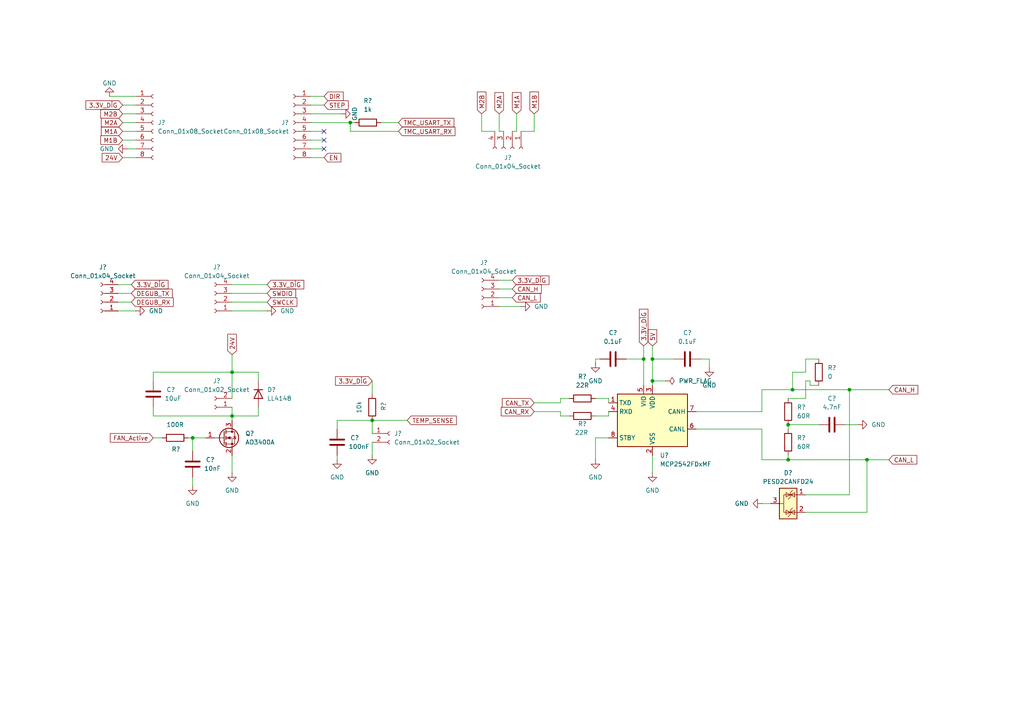
<source format=kicad_sch>
(kicad_sch (version 20250114) (generator "eeschema") (generator_version "9.0")
  (paper "A4")
  (lib_symbols
    (symbol "Connector:Conn_01x02_Socket" (pin_names (offset 1.016) (hide yes))
      (property "Reference" "J" (at 0 2.54 0))
      (property "Value" "Conn_01x02_Socket" (at 0 -5.08 0))
      (symbol "Conn_01x02_Socket_1_1"
        (polyline (pts (xy -1.27 0) (xy -0.508 0)) (stroke (width 0.1524)))
        (polyline (pts (xy -1.27 -2.54) (xy -0.508 -2.54)) (stroke (width 0.1524)))
        (arc (start 0 -0.508) (mid -0.5058 0) (end 0 0.508) (stroke (width 0.1524)))
        (arc (start 0 -3.048) (mid -0.5058 -2.54) (end 0 -2.032) (stroke (width 0.1524)))
        (pin passive line (at -5.08 0 0) (length 3.81) (name "Pin_1") (number "1"))
        (pin passive line (at -5.08 -2.54 0) (length 3.81) (name "Pin_2") (number "2"))
      )
    )
    (symbol "Connector:Conn_01x04_Socket" (pin_names (offset 1.016) (hide yes))
      (property "Reference" "J" (at 0 5.08 0))
      (property "Value" "Conn_01x04_Socket" (at 0 -7.62 0))
      (symbol "Conn_01x04_Socket_1_1"
        (polyline (pts (xy -1.27 2.54) (xy -0.508 2.54)) (stroke (width 0.1524)))
        (polyline (pts (xy -1.27 0) (xy -0.508 0)) (stroke (width 0.1524)))
        (polyline (pts (xy -1.27 -2.54) (xy -0.508 -2.54)) (stroke (width 0.1524)))
        (polyline (pts (xy -1.27 -5.08) (xy -0.508 -5.08)) (stroke (width 0.1524)))
        (arc (start 0 2.032) (mid -0.5058 2.54) (end 0 3.048) (stroke (width 0.1524)))
        (arc (start 0 -0.508) (mid -0.5058 0) (end 0 0.508) (stroke (width 0.1524)))
        (arc (start 0 -3.048) (mid -0.5058 -2.54) (end 0 -2.032) (stroke (width 0.1524)))
        (arc (start 0 -5.588) (mid -0.5058 -5.08) (end 0 -4.572) (stroke (width 0.1524)))
        (pin passive line (at -5.08 2.54 0) (length 3.81) (name "Pin_1") (number "1"))
        (pin passive line (at -5.08 0 0) (length 3.81) (name "Pin_2") (number "2"))
        (pin passive line (at -5.08 -2.54 0) (length 3.81) (name "Pin_3") (number "3"))
        (pin passive line (at -5.08 -5.08 0) (length 3.81) (name "Pin_4") (number "4"))
      )
    )
    (symbol "Connector:Conn_01x08_Socket" (pin_names (offset 1.016) (hide yes))
      (property "Reference" "J" (at 0 10.16 0))
      (property "Value" "Conn_01x08_Socket" (at 0 -12.7 0))
      (symbol "Conn_01x08_Socket_1_1"
        (polyline (pts (xy -1.27 7.62) (xy -0.508 7.62)) (stroke (width 0.1524)))
        (polyline (pts (xy -1.27 5.08) (xy -0.508 5.08)) (stroke (width 0.1524)))
        (polyline (pts (xy -1.27 2.54) (xy -0.508 2.54)) (stroke (width 0.1524)))
        (polyline (pts (xy -1.27 0) (xy -0.508 0)) (stroke (width 0.1524)))
        (polyline (pts (xy -1.27 -2.54) (xy -0.508 -2.54)) (stroke (width 0.1524)))
        (polyline (pts (xy -1.27 -5.08) (xy -0.508 -5.08)) (stroke (width 0.1524)))
        (polyline (pts (xy -1.27 -7.62) (xy -0.508 -7.62)) (stroke (width 0.1524)))
        (polyline (pts (xy -1.27 -10.16) (xy -0.508 -10.16)) (stroke (width 0.1524)))
        (arc (start 0 7.112) (mid -0.5058 7.62) (end 0 8.128) (stroke (width 0.1524)))
        (arc (start 0 4.572) (mid -0.5058 5.08) (end 0 5.588) (stroke (width 0.1524)))
        (arc (start 0 2.032) (mid -0.5058 2.54) (end 0 3.048) (stroke (width 0.1524)))
        (arc (start 0 -0.508) (mid -0.5058 0) (end 0 0.508) (stroke (width 0.1524)))
        (arc (start 0 -3.048) (mid -0.5058 -2.54) (end 0 -2.032) (stroke (width 0.1524)))
        (arc (start 0 -5.588) (mid -0.5058 -5.08) (end 0 -4.572) (stroke (width 0.1524)))
        (arc (start 0 -8.128) (mid -0.5058 -7.62) (end 0 -7.112) (stroke (width 0.1524)))
        (arc (start 0 -10.668) (mid -0.5058 -10.16) (end 0 -9.652) (stroke (width 0.1524)))
        (pin passive line (at -5.08 7.62 0) (length 3.81) (name "Pin_1") (number "1"))
        (pin passive line (at -5.08 5.08 0) (length 3.81) (name "Pin_2") (number "2"))
        (pin passive line (at -5.08 2.54 0) (length 3.81) (name "Pin_3") (number "3"))
        (pin passive line (at -5.08 0 0) (length 3.81) (name "Pin_4") (number "4"))
        (pin passive line (at -5.08 -2.54 0) (length 3.81) (name "Pin_5") (number "5"))
        (pin passive line (at -5.08 -5.08 0) (length 3.81) (name "Pin_6") (number "6"))
        (pin passive line (at -5.08 -7.62 0) (length 3.81) (name "Pin_7") (number "7"))
        (pin passive line (at -5.08 -10.16 0) (length 3.81) (name "Pin_8") (number "8"))
      )
    )
    (symbol "Device:C" (pin_numbers (hide yes)) (pin_names (offset 0.254))
      (property "Reference" "C" (at 0.635 2.54 0))
      (property "Value" "C" (at 0.635 -2.54 0))
      (symbol "C_0_1"
        (polyline (pts (xy -2.032 0.762) (xy 2.032 0.762)) (stroke (width 0.508)))
        (polyline (pts (xy -2.032 -0.762) (xy 2.032 -0.762)) (stroke (width 0.508)))
      )
      (symbol "C_1_1"
        (pin passive line (at 0 3.81 270) (length 2.794) (name "~") (number "1"))
        (pin passive line (at 0 -3.81 90) (length 2.794) (name "~") (number "2"))
      )
    )
    (symbol "Device:R" (pin_numbers (hide yes)) (pin_names (offset 0))
      (property "Reference" "R" (at 2.032 0 90))
      (property "Value" "R" (at 0 0 90))
      (symbol "R_0_1"
        (rectangle (start -1.016 -2.54) (end 1.016 2.54) (stroke (width 0.254)))
      )
      (symbol "R_1_1"
        (pin passive line (at 0 3.81 270) (length 1.27) (name "~") (number "1"))
        (pin passive line (at 0 -3.81 90) (length 1.27) (name "~") (number "2"))
      )
    )
    (symbol "Diode:LL4148" (pin_numbers (hide yes)) (pin_names (hide yes))
      (property "Reference" "D" (at 0 2.54 0))
      (property "Value" "LL4148" (at 0 -2.54 0))
      (symbol "LL4148_0_1"
        (polyline (pts (xy -1.27 1.27) (xy -1.27 -1.27)) (stroke (width 0.254)))
        (polyline (pts (xy 1.27 1.27) (xy 1.27 -1.27) (xy -1.27 0) (xy 1.27 1.27)) (stroke (width 0.254)))
        (polyline (pts (xy 1.27 0) (xy -1.27 0)))
      )
      (symbol "LL4148_1_1"
        (pin passive line (at -3.81 0 0) (length 2.54) (name "K") (number "1"))
        (pin passive line (at 3.81 0 180) (length 2.54) (name "A") (number "2"))
      )
    )
    (symbol "Interface_CAN_LIN:MCP2542FDxMF"
      (property "Reference" "U" (at -10.16 8.89 0))
      (property "Value" "MCP2542FDxMF" (at 2.54 8.89 0))
      (symbol "MCP2542FDxMF_0_1"
        (rectangle (start -10.16 7.62) (end 10.16 -7.62) (stroke (width 0.254)) (fill (type background)))
      )
      (symbol "MCP2542FDxMF_1_1"
        (pin input line (at -12.7 5.08 0) (length 2.54) (name "TXD") (number "1"))
        (pin output line (at -12.7 2.54 0) (length 2.54) (name "RXD") (number "4"))
        (pin input line (at -12.7 -5.08 0) (length 2.54) (name "STBY") (number "8"))
        (pin power_in line (at -2.54 10.16 270) (length 2.54) (name "VIO") (number "5"))
        (pin power_in line (at 0 10.16 270) (length 2.54) (name "VDD") (number "3"))
        (pin power_in line (at 0 -10.16 90) (length 2.54) (name "VSS") (number "2"))
        (pin passive line (at 0 -10.16 90) (length 2.54) (hide yes) (name "VSS") (number "9"))
        (pin bidirectional line (at 12.7 2.54 180) (length 2.54) (name "CANH") (number "7"))
        (pin bidirectional line (at 12.7 -2.54 180) (length 2.54) (name "CANL") (number "6"))
      )
    )
    (symbol "New_Library:PESD2CANFD24" (pin_names (hide yes))
      (property "Reference" "D" (at 12.192 3.81 0))
      (property "Value" "PESD2CANFD24" (at 12.7 6.096 0))
      (symbol "PESD2CANFD24_0_0"
        (pin passive line (at 0 -5.08 90) (length 2.54) (name "A") (number "3"))
      )
      (symbol "PESD2CANFD24_0_1"
        (rectangle (start -4.445 2.54) (end 4.445 -2.54) (stroke (width 0.254)) (fill (type background)))
        (polyline (pts (xy -3.81 1.27) (xy -3.175 0.635) (xy -1.905 0.635) (xy -1.27 0)))
        (polyline (pts (xy -2.54 2.54) (xy -2.54 0.635)))
        (polyline (pts (xy -2.54 0.635) (xy -2.54 -1.27) (xy 2.54 -1.27) (xy 2.54 0.635)))
        (polyline (pts (xy -2.54 0.635) (xy -1.905 -0.635) (xy -3.175 -0.635) (xy -2.54 0.635)))
        (polyline (pts (xy -2.54 0.635) (xy -3.175 1.905) (xy -1.905 1.905) (xy -2.54 0.635) (xy -2.54 1.27)))
        (polyline (pts (xy 0 -1.27) (xy 0 -2.54)))
        (polyline (pts (xy 1.27 1.27) (xy 1.905 0.635) (xy 2.54 0.635) (xy 3.175 0.635) (xy 3.81 0)))
        (polyline (pts (xy 2.54 2.54) (xy 2.54 0.635)))
        (polyline (pts (xy 2.54 0.635) (xy 1.905 -0.635) (xy 3.175 -0.635) (xy 2.54 0.635)))
        (polyline (pts (xy 2.54 0.635) (xy 3.175 1.905) (xy 1.905 1.905) (xy 2.54 0.635)))
      )
      (symbol "PESD2CANFD24_1_1"
        (pin passive line (at -2.54 5.08 270) (length 2.54) (name "K") (number "1"))
        (pin passive line (at 2.54 5.08 270) (length 2.54) (name "K") (number "2"))
      )
    )
    (symbol "Transistor_FET:AO3400A" (pin_names (offset 0) (hide yes))
      (property "Reference" "Q" (at 5.08 1.905 0))
      (property "Value" "AO3400A" (at 5.08 0 0))
      (symbol "AO3400A_0_1"
        (polyline (pts (xy 0.254 1.905) (xy 0.254 -1.905)) (stroke (width 0.254)))
        (polyline (pts (xy 0.254 0) (xy -2.54 0)))
        (polyline (pts (xy 0.762 2.286) (xy 0.762 1.27)) (stroke (width 0.254)))
        (polyline (pts (xy 0.762 0.508) (xy 0.762 -0.508)) (stroke (width 0.254)))
        (polyline (pts (xy 0.762 -1.27) (xy 0.762 -2.286)) (stroke (width 0.254)))
        (polyline (pts (xy 0.762 -1.778) (xy 3.302 -1.778) (xy 3.302 1.778) (xy 0.762 1.778)))
        (polyline (pts (xy 1.016 0) (xy 2.032 0.381) (xy 2.032 -0.381) (xy 1.016 0)) (fill (type outline)))
        (circle (center 1.651 0) (radius 2.794) (stroke (width 0.254)))
        (polyline (pts (xy 2.54 2.54) (xy 2.54 1.778)))
        (circle (center 2.54 1.778) (radius 0.254) (fill (type outline)))
        (circle (center 2.54 -1.778) (radius 0.254) (fill (type outline)))
        (polyline (pts (xy 2.54 -2.54) (xy 2.54 0) (xy 0.762 0)))
        (polyline (pts (xy 2.921 0.381) (xy 3.683 0.381)))
        (polyline (pts (xy 3.302 0.381) (xy 2.921 -0.254) (xy 3.683 -0.254) (xy 3.302 0.381)))
      )
      (symbol "AO3400A_1_1"
        (pin input line (at -5.08 0 0) (length 2.54) (name "G") (number "1"))
        (pin passive line (at 2.54 5.08 270) (length 2.54) (name "D") (number "3"))
        (pin passive line (at 2.54 -5.08 90) (length 2.54) (name "S") (number "2"))
      )
    )
    (symbol "power:GND" (power) (pin_numbers (hide yes)) (pin_names (offset 0) (hide yes))
      (property "Value" "GND" (at 0 -3.81 0))
      (symbol "GND_0_1"
        (polyline (pts (xy 0 0) (xy 0 -1.27) (xy 1.27 -1.27) (xy 0 -2.54) (xy -1.27 -1.27) (xy 0 -1.27)))
      )
      (symbol "GND_1_1"
        (pin power_in line (at 0 0 270) (length 0) (name "~") (number "1"))
      )
    )
    (symbol "power:PWR_FLAG" (power) (pin_numbers (hide yes)) (pin_names (offset 0) (hide yes))
      (property "Value" "PWR_FLAG" (at 0 3.81 0))
      (symbol "PWR_FLAG_0_0"
        (pin power_out line (at 0 0 90) (length 0) (name "~") (number "1"))
      )
      (symbol "PWR_FLAG_0_1"
        (polyline (pts (xy 0 0) (xy 0 1.27) (xy -1.016 1.905) (xy 0 2.54) (xy 1.016 1.905) (xy 0 1.27)))
      )
    )
  )
  (junction (at 229.87 113.03))
  (junction (at 189.23 104.14))
  (junction (at 189.23 110.49))
  (junction (at 251.46 133.35))
  (junction (at 107.95 121.92))
  (junction (at 228.6 133.35))
  (junction (at 67.31 107.95))
  (junction (at 55.88 127))
  (junction (at 186.69 104.14))
  (junction (at 101.6 35.56))
  (junction (at 228.6 123.19))
  (junction (at 246.38 113.03))
  (junction (at 67.31 120.65))
  (no_connect (at 93.98 38.1))
  (no_connect (at 93.98 43.18))
  (no_connect (at 93.98 40.64))
  (wire (pts (xy 34.29 90.17) (xy 39.37 90.17)))
  (wire (pts (xy 186.69 100.33) (xy 186.69 104.14)))
  (wire (pts (xy 90.17 27.94) (xy 93.98 27.94)))
  (wire (pts (xy 34.29 82.55) (xy 38.1 82.55)))
  (wire (pts (xy 205.74 104.14) (xy 203.2 104.14)))
  (wire (pts (xy 172.72 105.41) (xy 172.72 104.14)))
  (wire (pts (xy 67.31 102.87) (xy 67.31 107.95)))
  (wire (pts (xy 55.88 127) (xy 59.69 127)))
  (wire (pts (xy 205.74 106.68) (xy 205.74 104.14)))
  (wire (pts (xy 154.94 119.38) (xy 162.56 119.38)))
  (wire (pts (xy 44.45 127) (xy 46.99 127)))
  (wire (pts (xy 229.87 113.03) (xy 246.38 113.03)))
  (wire (pts (xy 233.68 107.95) (xy 233.68 104.14)))
  (wire (pts (xy 228.6 123.19) (xy 228.6 124.46)))
  (wire (pts (xy 144.78 33.02) (xy 144.78 38.1)))
  (wire (pts (xy 233.68 143.51) (xy 246.38 143.51)))
  (wire (pts (xy 234.95 111.76) (xy 237.49 111.76)))
  (wire (pts (xy 154.94 33.02) (xy 154.94 38.1)))
  (wire (pts (xy 67.31 120.65) (xy 67.31 121.92)))
  (wire (pts (xy 186.69 104.14) (xy 186.69 111.76)))
  (wire (pts (xy 67.31 90.17) (xy 77.47 90.17)))
  (wire (pts (xy 228.6 133.35) (xy 220.98 133.35)))
  (wire (pts (xy 35.56 45.72) (xy 39.37 45.72)))
  (wire (pts (xy 220.98 133.35) (xy 220.98 124.46)))
  (wire (pts (xy 233.68 110.49) (xy 234.95 110.49)))
  (wire (pts (xy 44.45 110.49) (xy 44.45 107.95)))
  (wire (pts (xy 144.78 83.82) (xy 148.59 83.82)))
  (wire (pts (xy 67.31 107.95) (xy 74.93 107.95)))
  (wire (pts (xy 162.56 115.57) (xy 165.1 115.57)))
  (wire (pts (xy 189.23 110.49) (xy 189.23 111.76)))
  (wire (pts (xy 90.17 40.64) (xy 93.98 40.64)))
  (wire (pts (xy 31.75 27.94) (xy 39.37 27.94)))
  (wire (pts (xy 67.31 115.57) (xy 67.31 107.95)))
  (wire (pts (xy 90.17 38.1) (xy 93.98 38.1)))
  (wire (pts (xy 162.56 116.84) (xy 162.56 115.57)))
  (wire (pts (xy 74.93 118.11) (xy 74.93 120.65)))
  (wire (pts (xy 251.46 133.35) (xy 257.81 133.35)))
  (wire (pts (xy 251.46 148.59) (xy 251.46 133.35)))
  (wire (pts (xy 220.98 146.05) (xy 223.52 146.05)))
  (wire (pts (xy 34.29 85.09) (xy 38.1 85.09)))
  (wire (pts (xy 107.95 110.49) (xy 107.95 114.3)))
  (wire (pts (xy 154.94 116.84) (xy 162.56 116.84)))
  (wire (pts (xy 144.78 81.28) (xy 148.59 81.28)))
  (wire (pts (xy 201.93 119.38) (xy 220.98 119.38)))
  (wire (pts (xy 74.93 120.65) (xy 67.31 120.65)))
  (wire (pts (xy 176.53 115.57) (xy 176.53 116.84)))
  (wire (pts (xy 176.53 120.65) (xy 176.53 119.38)))
  (wire (pts (xy 228.6 133.35) (xy 251.46 133.35)))
  (wire (pts (xy 55.88 130.81) (xy 55.88 127)))
  (wire (pts (xy 97.79 124.46) (xy 97.79 121.92)))
  (wire (pts (xy 172.72 127) (xy 172.72 133.35)))
  (wire (pts (xy 90.17 33.02) (xy 99.06 33.02)))
  (wire (pts (xy 90.17 45.72) (xy 93.98 45.72)))
  (wire (pts (xy 36.83 43.18) (xy 39.37 43.18)))
  (wire (pts (xy 228.6 123.19) (xy 237.49 123.19)))
  (wire (pts (xy 34.29 87.63) (xy 38.1 87.63)))
  (wire (pts (xy 67.31 132.08) (xy 67.31 137.16)))
  (wire (pts (xy 233.68 115.57) (xy 228.6 115.57)))
  (wire (pts (xy 67.31 118.11) (xy 67.31 120.65)))
  (wire (pts (xy 55.88 138.43) (xy 55.88 140.97)))
  (wire (pts (xy 220.98 119.38) (xy 220.98 113.03)))
  (wire (pts (xy 234.95 110.49) (xy 234.95 111.76)))
  (wire (pts (xy 228.6 132.08) (xy 228.6 133.35)))
  (wire (pts (xy 189.23 110.49) (xy 193.04 110.49)))
  (wire (pts (xy 172.72 104.14) (xy 173.99 104.14)))
  (wire (pts (xy 110.49 35.56) (xy 115.57 35.56)))
  (wire (pts (xy 201.93 124.46) (xy 220.98 124.46)))
  (wire (pts (xy 144.78 86.36) (xy 148.59 86.36)))
  (wire (pts (xy 233.68 148.59) (xy 251.46 148.59)))
  (wire (pts (xy 44.45 107.95) (xy 67.31 107.95)))
  (wire (pts (xy 115.57 38.1) (xy 101.6 38.1)))
  (wire (pts (xy 189.23 132.08) (xy 189.23 137.16)))
  (wire (pts (xy 35.56 35.56) (xy 39.37 35.56)))
  (wire (pts (xy 144.78 88.9) (xy 151.13 88.9)))
  (wire (pts (xy 67.31 87.63) (xy 77.47 87.63)))
  (wire (pts (xy 233.68 107.95) (xy 229.87 107.95)))
  (wire (pts (xy 139.7 38.1) (xy 143.51 38.1)))
  (wire (pts (xy 181.61 104.14) (xy 186.69 104.14)))
  (wire (pts (xy 233.68 104.14) (xy 237.49 104.14)))
  (wire (pts (xy 233.68 110.49) (xy 233.68 115.57)))
  (wire (pts (xy 246.38 143.51) (xy 246.38 113.03)))
  (wire (pts (xy 97.79 121.92) (xy 107.95 121.92)))
  (wire (pts (xy 162.56 119.38) (xy 162.56 120.65)))
  (wire (pts (xy 189.23 104.14) (xy 189.23 110.49)))
  (wire (pts (xy 154.94 38.1) (xy 151.13 38.1)))
  (wire (pts (xy 44.45 118.11) (xy 44.45 120.65)))
  (wire (pts (xy 189.23 104.14) (xy 195.58 104.14)))
  (wire (pts (xy 149.86 33.02) (xy 149.86 38.1)))
  (wire (pts (xy 246.38 113.03) (xy 257.81 113.03)))
  (wire (pts (xy 67.31 85.09) (xy 77.47 85.09)))
  (wire (pts (xy 229.87 107.95) (xy 229.87 113.03)))
  (wire (pts (xy 35.56 33.02) (xy 39.37 33.02)))
  (wire (pts (xy 101.6 38.1) (xy 101.6 35.56)))
  (wire (pts (xy 107.95 128.27) (xy 107.95 132.08)))
  (wire (pts (xy 44.45 120.65) (xy 67.31 120.65)))
  (wire (pts (xy 172.72 127) (xy 176.53 127)))
  (wire (pts (xy 74.93 107.95) (xy 74.93 110.49)))
  (wire (pts (xy 107.95 121.92) (xy 107.95 125.73)))
  (wire (pts (xy 248.92 123.19) (xy 245.11 123.19)))
  (wire (pts (xy 149.86 38.1) (xy 148.59 38.1)))
  (wire (pts (xy 90.17 43.18) (xy 93.98 43.18)))
  (wire (pts (xy 162.56 120.65) (xy 165.1 120.65)))
  (wire (pts (xy 144.78 38.1) (xy 146.05 38.1)))
  (wire (pts (xy 90.17 35.56) (xy 101.6 35.56)))
  (wire (pts (xy 172.72 115.57) (xy 176.53 115.57)))
  (wire (pts (xy 107.95 121.92) (xy 118.11 121.92)))
  (wire (pts (xy 220.98 113.03) (xy 229.87 113.03)))
  (wire (pts (xy 101.6 35.56) (xy 102.87 35.56)))
  (wire (pts (xy 54.61 127) (xy 55.88 127)))
  (wire (pts (xy 139.7 33.02) (xy 139.7 38.1)))
  (wire (pts (xy 67.31 82.55) (xy 77.47 82.55)))
  (wire (pts (xy 90.17 30.48) (xy 93.98 30.48)))
  (wire (pts (xy 189.23 100.33) (xy 189.23 104.14)))
  (wire (pts (xy 35.56 30.48) (xy 39.37 30.48)))
  (wire (pts (xy 35.56 40.64) (xy 39.37 40.64)))
  (wire (pts (xy 97.79 132.08) (xy 97.79 133.35)))
  (wire (pts (xy 35.56 38.1) (xy 39.37 38.1)))
  (wire (pts (xy 172.72 120.65) (xy 176.53 120.65)))
  (global_label "3.3V_DİG" (shape input) (at 77.47 82.55 0) (property "Intersheetrefs" "${INTERSHEET_REFS}" (effects (hide yes))))
  (global_label "TMC_USART_TX" (shape input) (at 115.57 35.56 0) (property "Intersheetrefs" "${INTERSHEET_REFS}" (effects (hide yes))))
  (global_label "DEGUB_TX" (shape input) (at 38.1 85.09 0) (property "Intersheetrefs" "${INTERSHEET_REFS}" (effects (hide yes))))
  (global_label "SWCLK" (shape input) (at 77.47 87.63 0) (property "Intersheetrefs" "${INTERSHEET_REFS}" (effects (hide yes))))
  (global_label "M1A" (shape input) (at 149.86 33.02 90) (property "Intersheetrefs" "${INTERSHEET_REFS}" (effects (hide yes))))
  (global_label "SWDIO" (shape input) (at 77.47 85.09 0) (property "Intersheetrefs" "${INTERSHEET_REFS}" (effects (hide yes))))
  (global_label "CAN_RX" (shape input) (at 154.94 119.38 180) (property "Intersheetrefs" "${INTERSHEET_REFS}" (effects (hide yes))))
  (global_label "CAN_TX" (shape input) (at 154.94 116.84 180) (property "Intersheetrefs" "${INTERSHEET_REFS}" (effects (hide yes))))
  (global_label "EN" (shape input) (at 93.98 45.72 0) (property "Intersheetrefs" "${INTERSHEET_REFS}" (effects (hide yes))))
  (global_label "M2B" (shape input) (at 139.7 33.02 90) (property "Intersheetrefs" "${INTERSHEET_REFS}" (effects (hide yes))))
  (global_label "3.3V_DİG" (shape input) (at 107.95 110.49 180) (property "Intersheetrefs" "${INTERSHEET_REFS}" (effects (hide yes))))
  (global_label "M1A" (shape input) (at 35.56 38.1 180) (property "Intersheetrefs" "${INTERSHEET_REFS}" (effects (hide yes))))
  (global_label "TEMP_SENSE" (shape input) (at 118.11 121.92 0) (property "Intersheetrefs" "${INTERSHEET_REFS}" (effects (hide yes))))
  (global_label "3.3V_DİG" (shape input) (at 186.69 100.33 90) (property "Intersheetrefs" "${INTERSHEET_REFS}" (effects (hide yes))))
  (global_label "M1B" (shape input) (at 154.94 33.02 90) (property "Intersheetrefs" "${INTERSHEET_REFS}" (effects (hide yes))))
  (global_label "24V" (shape input) (at 35.56 45.72 180) (property "Intersheetrefs" "${INTERSHEET_REFS}" (effects (hide yes))))
  (global_label "M2A" (shape input) (at 35.56 35.56 180) (property "Intersheetrefs" "${INTERSHEET_REFS}" (effects (hide yes))))
  (global_label "M2B" (shape input) (at 35.56 33.02 180) (property "Intersheetrefs" "${INTERSHEET_REFS}" (effects (hide yes))))
  (global_label "FAN_Active" (shape input) (at 44.45 127 180) (property "Intersheetrefs" "${INTERSHEET_REFS}" (effects (hide yes))))
  (global_label "3.3V_DİG" (shape input) (at 148.59 81.28 0) (property "Intersheetrefs" "${INTERSHEET_REFS}" (effects (hide yes))))
  (global_label "3.3V_DİG" (shape input) (at 35.56 30.48 180) (property "Intersheetrefs" "${INTERSHEET_REFS}" (effects (hide yes))))
  (global_label "M2A" (shape input) (at 144.78 33.02 90) (property "Intersheetrefs" "${INTERSHEET_REFS}" (effects (hide yes))))
  (global_label "DEGUB_RX" (shape input) (at 38.1 87.63 0) (property "Intersheetrefs" "${INTERSHEET_REFS}" (effects (hide yes))))
  (global_label "24V" (shape input) (at 67.31 102.87 90) (property "Intersheetrefs" "${INTERSHEET_REFS}" (effects (hide yes))))
  (global_label "TMC_USART_RX" (shape input) (at 115.57 38.1 0) (property "Intersheetrefs" "${INTERSHEET_REFS}" (effects (hide yes))))
  (global_label "CAN_H" (shape input) (at 148.59 83.82 0) (property "Intersheetrefs" "${INTERSHEET_REFS}" (effects (hide yes))))
  (global_label "5V" (shape input) (at 189.23 100.33 90) (property "Intersheetrefs" "${INTERSHEET_REFS}" (effects (hide yes))))
  (global_label "CAN_H" (shape input) (at 257.81 113.03 0) (property "Intersheetrefs" "${INTERSHEET_REFS}" (effects (hide yes))))
  (global_label "STEP" (shape input) (at 93.98 30.48 0) (property "Intersheetrefs" "${INTERSHEET_REFS}" (effects (hide yes))))
  (global_label "DIR" (shape input) (at 93.98 27.94 0) (property "Intersheetrefs" "${INTERSHEET_REFS}" (effects (hide yes))))
  (global_label "3.3V_DİG" (shape input) (at 38.1 82.55 0) (property "Intersheetrefs" "${INTERSHEET_REFS}" (effects (hide yes))))
  (global_label "CAN_L" (shape input) (at 257.81 133.35 0) (property "Intersheetrefs" "${INTERSHEET_REFS}" (effects (hide yes))))
  (global_label "M1B" (shape input) (at 35.56 40.64 180) (property "Intersheetrefs" "${INTERSHEET_REFS}" (effects (hide yes))))
  (global_label "CAN_L" (shape input) (at 148.59 86.36 0) (property "Intersheetrefs" "${INTERSHEET_REFS}" (effects (hide yes))))
  (symbol (lib_id "Device:C") (at 199.39 104.14 90) (unit 1)
    (property "Reference" "C?" (at 199.39 96.52 90))
    (property "Value" "0.1uF" (at 199.39 99.06 90))
    (property "Footprint" "Capacitor_SMD:C_0402_1005Metric" (effects (hide yes)))
    (property "Description" "Unpolarized capacitor" (effects (hide yes)))
  )
  (symbol (lib_id "Device:R") (at 50.8 127 90) (unit 1)
    (property "Reference" "R?" (at 51.054 130.302 90))
    (property "Value" "100R" (at 50.8 123.19 90))
    (property "Footprint" "Resistor_SMD:R_0402_1005Metric" (effects (hide yes)))
    (property "Description" "Resistor" (effects (hide yes)))
  )
  (symbol (lib_id "power:GND") (at 189.23 137.16 0) (unit 1)
    (property "Reference" "#PWR?" (effects (hide yes)))
    (property "Value" "GND" (at 189.23 142.24 0))
    (property "Description" "Power symbol creates a global label with name \"GND\" , ground" (effects (hide yes)))
  )
  (symbol (lib_id "Connector:Conn_01x02_Socket") (at 62.23 118.11 180) (unit 1)
    (property "Reference" "J?" (at 62.865 110.49 0))
    (property "Value" "Conn_01x02_Socket" (at 62.865 113.03 0))
    (property "Footprint" "Connector_Hirose:Hirose_DF13-02P-1.25DSA_1x02_P1.25mm_Vertical" (effects (hide yes)))
    (property "Description" "Generic connector, single row, 01x02, script generated" (effects (hide yes)))
  )
  (symbol (lib_id "power:GND") (at 172.72 133.35 0) (unit 1)
    (property "Reference" "#PWR?" (effects (hide yes)))
    (property "Value" "GND" (at 172.72 138.43 0))
    (property "Description" "Power symbol creates a global label with name \"GND\" , ground" (effects (hide yes)))
  )
  (symbol (lib_id "Device:R") (at 168.91 115.57 270) (unit 1)
    (property "Reference" "R?" (at 168.91 109.22 90))
    (property "Value" "22R" (at 168.91 111.76 90))
    (property "Footprint" "Resistor_SMD:R_0402_1005Metric" (effects (hide yes)))
    (property "Description" "Resistor" (effects (hide yes)))
  )
  (symbol (lib_id "Device:R") (at 228.6 119.38 180) (unit 1)
    (property "Reference" "R?" (at 231.14 118.1099 0) (effects (justify right)))
    (property "Value" "60R" (at 231.14 120.6499 0) (effects (justify right)))
    (property "Footprint" "Resistor_SMD:R_0402_1005Metric" (effects (hide yes)))
    (property "Description" "Resistor" (effects (hide yes)))
  )
  (symbol (lib_id "power:GND") (at 77.47 90.17 90) (unit 1)
    (property "Reference" "#PWR?" (effects (hide yes)))
    (property "Value" "GND" (at 81.28 90.1699 90) (effects (justify right)))
    (property "Description" "Power symbol creates a global label with name \"GND\" , ground" (effects (hide yes)))
  )
  (symbol (lib_id "Device:C") (at 241.3 123.19 90) (unit 1)
    (property "Reference" "C?" (at 241.3 115.57 90))
    (property "Value" "4.7nF" (at 241.3 118.11 90))
    (property "Footprint" "Capacitor_SMD:C_0402_1005Metric" (effects (hide yes)))
    (property "Description" "Unpolarized capacitor" (effects (hide yes)))
  )
  (symbol (lib_id "Connector:Conn_01x02_Socket") (at 113.03 125.73 0) (unit 1)
    (property "Reference" "J?" (at 114.3 125.7299 0) (effects (justify left)))
    (property "Value" "Conn_01x02_Socket" (at 114.3 128.2699 0) (effects (justify left)))
    (property "Footprint" "Connector_Hirose:Hirose_DF13-02P-1.25DSA_1x02_P1.25mm_Vertical" (effects (hide yes)))
    (property "Description" "Generic connector, single row, 01x02, script generated" (effects (hide yes)))
  )
  (symbol (lib_id "Connector:Conn_01x04_Socket") (at 148.59 43.18 270) (unit 1)
    (property "Reference" "J?" (at 147.32 45.72 90))
    (property "Value" "Conn_01x04_Socket" (at 147.32 48.26 90))
    (property "Footprint" "Connector_Molex:Molex_KK-254_AE-6410-04A_1x04_P2.54mm_Vertical" (effects (hide yes)))
    (property "Description" "Generic connector, single row, 01x04, script generated" (effects (hide yes)))
  )
  (symbol (lib_id "power:GND") (at 36.83 43.18 270) (unit 1)
    (property "Reference" "#PWR?" (effects (hide yes)))
    (property "Value" "GND" (at 33.02 43.1799 90) (effects (justify right)))
    (property "Description" "Power symbol creates a global label with name \"GND\" , ground" (effects (hide yes)))
  )
  (symbol (lib_id "Device:R") (at 168.91 120.65 270) (unit 1)
    (property "Reference" "R?" (at 168.91 122.936 90))
    (property "Value" "22R" (at 168.656 125.476 90))
    (property "Footprint" "Resistor_SMD:R_0402_1005Metric" (effects (hide yes)))
    (property "Description" "Resistor" (effects (hide yes)))
  )
  (symbol (lib_id "power:GND") (at 220.98 146.05 270) (unit 1)
    (property "Reference" "#PWR?" (effects (hide yes)))
    (property "Value" "GND" (at 217.17 146.0499 90) (effects (justify right)))
    (property "Description" "Power symbol creates a global label with name \"GND\" , ground" (effects (hide yes)))
  )
  (symbol (lib_id "power:GND") (at 205.74 106.68 0) (unit 1)
    (property "Reference" "#PWR?" (effects (hide yes)))
    (property "Value" "GND" (at 205.74 111.76 0))
    (property "Description" "Power symbol creates a global label with name \"GND\" , ground" (effects (hide yes)))
  )
  (symbol (lib_id "Device:C") (at 97.79 128.27 0) (unit 1)
    (property "Reference" "C?" (at 101.6 126.9999 0) (effects (justify left)))
    (property "Value" "100nF" (at 101.092 129.54 0) (effects (justify left)))
    (property "Footprint" "Capacitor_SMD:C_0402_1005Metric" (effects (hide yes)))
    (property "Description" "Unpolarized capacitor" (effects (hide yes)))
  )
  (symbol (lib_id "power:GND") (at 107.95 132.08 0) (unit 1)
    (property "Reference" "#PWR?" (effects (hide yes)))
    (property "Value" "GND" (at 107.95 137.16 0))
    (property "Description" "Power symbol creates a global label with name \"GND\" , ground" (effects (hide yes)))
  )
  (symbol (lib_id "Interface_CAN_LIN:MCP2542FDxMF") (at 189.23 121.92 0) (unit 1)
    (property "Reference" "U?" (at 191.3733 132.08 0) (effects (justify left)))
    (property "Value" "MCP2542FDxMF" (at 191.3733 134.62 0) (effects (justify left)))
    (property "Footprint" "Package_DFN_QFN:DFN-8-1EP_3x3mm_P0.65mm_EP1.55x2.4mm" (effects (hide yes)))
    (property "Datasheet" "http://ww1.microchip.com/downloads/en/DeviceDoc/MCP2542FD-4FD-MCP2542WFD-4WFD-Data-Sheet20005514B.pdf" (effects (hide yes)))
    (property "Description" "CAN-FD Transceiver, Wake-Up on CAN activity, 8Mbps, 5V supply, STBY pin, 3x3 DFN-8" (effects (hide yes)))
  )
  (symbol (lib_id "Diode:LL4148") (at 74.93 114.3 270) (unit 1)
    (property "Reference" "D?" (at 77.47 113.0299 90) (effects (justify left)))
    (property "Value" "LL4148" (at 77.47 115.5699 90) (effects (justify left)))
    (property "Footprint" "Diode_SMD:D_MiniMELF" (effects (hide yes)))
    (property "Datasheet" "http://www.vishay.com/docs/85557/ll4148.pdf" (effects (hide yes)))
    (property "Description" "100V 0.15A standard switching diode, MiniMELF" (effects (hide yes)))
    (property "Sim.Device" "D" (effects (hide yes)))
    (property "Sim.Pins" "1=K 2=A" (effects (hide yes)))
  )
  (symbol (lib_id "power:GND") (at 248.92 123.19 90) (unit 1)
    (property "Reference" "#PWR?" (effects (hide yes)))
    (property "Value" "GND" (at 252.73 123.1899 90) (effects (justify right)))
    (property "Description" "Power symbol creates a global label with name \"GND\" , ground" (effects (hide yes)))
  )
  (symbol (lib_id "Device:R") (at 237.49 107.95 0) (unit 1)
    (property "Reference" "R?" (at 240.03 106.6799 0) (effects (justify left)))
    (property "Value" "0" (at 240.03 109.2199 0) (effects (justify left)))
    (property "Footprint" "Resistor_SMD:R_0201_0603Metric" (effects (hide yes)))
    (property "Description" "Resistor" (effects (hide yes)))
  )
  (symbol (lib_id "Connector:Conn_01x08_Socket") (at 85.09 35.56 0) (mirror y) (unit 1)
    (property "Reference" "J?" (at 83.82 35.5599 0) (effects (justify left)))
    (property "Value" "Conn_01x08_Socket" (at 83.82 38.0999 0) (effects (justify left)))
    (property "Footprint" "Connector_PinSocket_2.00mm:PinSocket_1x08_P2.00mm_Vertical" (effects (hide yes)))
    (property "Description" "Generic connector, single row, 01x08, script generated" (effects (hide yes)))
  )
  (symbol (lib_id "Connector:Conn_01x08_Socket") (at 44.45 35.56 0) (unit 1)
    (property "Reference" "J?" (at 45.72 35.5599 0) (effects (justify left)))
    (property "Value" "Conn_01x08_Socket" (at 45.72 38.0999 0) (effects (justify left)))
    (property "Footprint" "Connector_PinSocket_2.00mm:PinSocket_1x08_P2.00mm_Vertical" (effects (hide yes)))
    (property "Description" "Generic connector, single row, 01x08, script generated" (effects (hide yes)))
  )
  (symbol (lib_id "power:GND") (at 31.75 27.94 180) (unit 1)
    (property "Reference" "#PWR?" (effects (hide yes)))
    (property "Value" "GND" (at 31.75 24.13 0))
    (property "Description" "Power symbol creates a global label with name \"GND\" , ground" (effects (hide yes)))
  )
  (symbol (lib_id "Connector:Conn_01x04_Socket") (at 139.7 86.36 180) (unit 1)
    (property "Reference" "J?" (at 140.335 76.2 0))
    (property "Value" "Conn_01x04_Socket" (at 140.335 78.74 0))
    (property "Footprint" "Connector_Hirose:Hirose_DF13-04P-1.25DS_1x04_P1.25mm_Horizontal" (effects (hide yes)))
    (property "Description" "Generic connector, single row, 01x04, script generated" (effects (hide yes)))
  )
  (symbol (lib_id "power:GND") (at 172.72 105.41 0) (unit 1)
    (property "Reference" "#PWR?" (effects (hide yes)))
    (property "Value" "GND" (at 172.72 110.49 0))
    (property "Description" "Power symbol creates a global label with name \"GND\" , ground" (effects (hide yes)))
  )
  (symbol (lib_id "power:GND") (at 67.31 137.16 0) (unit 1)
    (property "Reference" "#PWR?" (effects (hide yes)))
    (property "Value" "GND" (at 67.31 142.24 0))
    (property "Description" "Power symbol creates a global label with name \"GND\" , ground" (effects (hide yes)))
  )
  (symbol (lib_id "power:GND") (at 151.13 88.9 90) (unit 1)
    (property "Reference" "#PWR?" (effects (hide yes)))
    (property "Value" "GND" (at 154.94 88.8999 90) (effects (justify right)))
    (property "Description" "Power symbol creates a global label with name \"GND\" , ground" (effects (hide yes)))
  )
  (symbol (lib_id "Device:C") (at 44.45 114.3 0) (unit 1)
    (property "Reference" "C?" (at 48.26 113.0299 0) (effects (justify left)))
    (property "Value" "10uF" (at 47.752 115.57 0) (effects (justify left)))
    (property "Footprint" "Capacitor_SMD:C_0402_1005Metric" (effects (hide yes)))
    (property "Description" "Unpolarized capacitor" (effects (hide yes)))
  )
  (symbol (lib_id "power:GND") (at 97.79 133.35 0) (unit 1)
    (property "Reference" "#PWR?" (effects (hide yes)))
    (property "Value" "GND" (at 97.79 138.43 0))
    (property "Description" "Power symbol creates a global label with name \"GND\" , ground" (effects (hide yes)))
  )
  (symbol (lib_id "Connector:Conn_01x04_Socket") (at 29.21 87.63 180) (unit 1)
    (property "Reference" "J?" (at 29.845 77.47 0))
    (property "Value" "Conn_01x04_Socket" (at 29.845 80.01 0))
    (property "Footprint" "Connector_Hirose:Hirose_DF13-04P-1.25DSA_1x04_P1.25mm_Vertical" (effects (hide yes)))
    (property "Description" "Generic connector, single row, 01x04, script generated" (effects (hide yes)))
  )
  (symbol (lib_id "Device:C") (at 177.8 104.14 90) (unit 1)
    (property "Reference" "C?" (at 177.8 96.52 90))
    (property "Value" "0.1uF" (at 177.8 99.06 90))
    (property "Footprint" "Capacitor_SMD:C_0402_1005Metric" (effects (hide yes)))
    (property "Description" "Unpolarized capacitor" (effects (hide yes)))
  )
  (symbol (lib_id "Transistor_FET:AO3400A") (at 64.77 127 0) (unit 1)
    (property "Reference" "Q?" (at 71.12 125.7299 0) (effects (justify left)))
    (property "Value" "AO3400A" (at 71.12 128.2699 0) (effects (justify left)))
    (property "Footprint" "Package_TO_SOT_SMD:SOT-23" (effects (hide yes)))
    (property "Datasheet" "http://www.aosmd.com/pdfs/datasheet/AO3400A.pdf" (effects (hide yes)))
    (property "Description" "30V Vds, 5.7A Id, N-Channel MOSFET, SOT-23" (effects (hide yes)))
  )
  (symbol (lib_id "Device:R") (at 228.6 128.27 180) (unit 1)
    (property "Reference" "R?" (at 231.14 126.9999 0) (effects (justify right)))
    (property "Value" "60R" (at 231.14 129.5399 0) (effects (justify right)))
    (property "Footprint" "Resistor_SMD:R_0402_1005Metric" (effects (hide yes)))
    (property "Description" "Resistor" (effects (hide yes)))
  )
  (symbol (lib_id "Device:C") (at 55.88 134.62 0) (unit 1)
    (property "Reference" "C?" (at 59.69 133.3499 0) (effects (justify left)))
    (property "Value" "10nF" (at 59.182 135.89 0) (effects (justify left)))
    (property "Footprint" "Capacitor_SMD:C_0402_1005Metric" (effects (hide yes)))
    (property "Description" "Unpolarized capacitor" (effects (hide yes)))
  )
  (symbol (lib_id "power:PWR_FLAG") (at 193.04 110.49 270) (unit 1)
    (property "Reference" "#FLG?" (effects (hide yes)))
    (property "Value" "PWR_FLAG" (at 196.85 110.4899 90) (effects (justify left)))
    (property "Description" "Special symbol for telling ERC where power comes from" (effects (hide yes)))
  )
  (symbol (lib_id "power:GND") (at 55.88 140.97 0) (unit 1)
    (property "Reference" "#PWR?" (effects (hide yes)))
    (property "Value" "GND" (at 55.88 146.05 0))
    (property "Description" "Power symbol creates a global label with name \"GND\" , ground" (effects (hide yes)))
  )
  (symbol (lib_id "Device:R") (at 107.95 118.11 180) (unit 1)
    (property "Reference" "R?" (at 111.252 117.856 90))
    (property "Value" "10k" (at 104.14 118.11 90))
    (property "Footprint" "Resistor_SMD:R_0402_1005Metric" (effects (hide yes)))
    (property "Description" "Resistor" (effects (hide yes)))
  )
  (symbol (lib_id "Device:R") (at 106.68 35.56 90) (unit 1)
    (property "Reference" "R?" (at 106.68 29.21 90))
    (property "Value" "1k" (at 106.68 31.75 90))
    (property "Footprint" "Resistor_SMD:R_0402_1005Metric" (effects (hide yes)))
    (property "Description" "Resistor" (effects (hide yes)))
  )
  (symbol (lib_id "power:GND") (at 99.06 33.02 90) (unit 1)
    (property "Reference" "#PWR?" (effects (hide yes)))
    (property "Value" "GND" (at 102.87 33.02 0))
    (property "Description" "Power symbol creates a global label with name \"GND\" , ground" (effects (hide yes)))
  )
  (symbol (lib_id "power:GND") (at 39.37 90.17 90) (unit 1)
    (property "Reference" "#PWR?" (effects (hide yes)))
    (property "Value" "GND" (at 43.18 90.1699 90) (effects (justify right)))
    (property "Description" "Power symbol creates a global label with name \"GND\" , ground" (effects (hide yes)))
  )
  (symbol (lib_id "New_Library:PESD2CANFD24") (at 228.6 146.05 270) (unit 1)
    (property "Reference" "D?" (at 228.6 137.16 90))
    (property "Value" "PESD2CANFD24" (at 228.6 139.7 90))
    (property "Datasheet" "https://assets.nexperia.com/documents/data-sheet/PESD2CANFD24V-U.pdf" (effects (hide yes)))
    (property "Description" "Zener / Bidirectional Channels = 2" (effects (hide yes)))
  )
  (symbol (lib_id "Connector:Conn_01x04_Socket") (at 62.23 87.63 180) (unit 1)
    (property "Reference" "J?" (at 62.865 77.47 0))
    (property "Value" "Conn_01x04_Socket" (at 62.865 80.01 0))
    (property "Footprint" "Connector_Hirose:Hirose_DF13-04P-1.25DSA_1x04_P1.25mm_Vertical" (effects (hide yes)))
    (property "Description" "Generic connector, single row, 01x04, script generated" (effects (hide yes)))
  )
)
</source>
